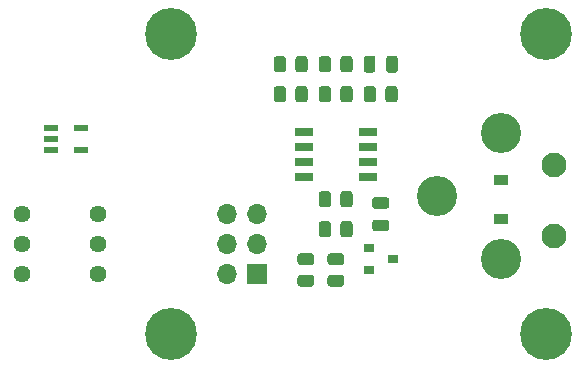
<source format=gbs>
G04 #@! TF.GenerationSoftware,KiCad,Pcbnew,(5.1.12)-1*
G04 #@! TF.CreationDate,2022-06-04T11:26:48+02:00*
G04 #@! TF.ProjectId,BSPD,42535044-2e6b-4696-9361-645f70636258,rev?*
G04 #@! TF.SameCoordinates,Original*
G04 #@! TF.FileFunction,Soldermask,Bot*
G04 #@! TF.FilePolarity,Negative*
%FSLAX46Y46*%
G04 Gerber Fmt 4.6, Leading zero omitted, Abs format (unit mm)*
G04 Created by KiCad (PCBNEW (5.1.12)-1) date 2022-06-04 11:26:48*
%MOMM*%
%LPD*%
G01*
G04 APERTURE LIST*
%ADD10R,1.200000X0.600000*%
%ADD11R,1.528000X0.650000*%
%ADD12R,1.700000X1.700000*%
%ADD13O,1.700000X1.700000*%
%ADD14C,2.100000*%
%ADD15C,3.400000*%
%ADD16R,0.900000X0.800000*%
%ADD17C,1.440000*%
%ADD18R,1.200000X0.900000*%
%ADD19C,4.400000*%
%ADD20C,0.700000*%
G04 APERTURE END LIST*
G36*
G01*
X130990000Y-78265000D02*
X130990000Y-79215000D01*
G75*
G02*
X130740000Y-79465000I-250000J0D01*
G01*
X130240000Y-79465000D01*
G75*
G02*
X129990000Y-79215000I0J250000D01*
G01*
X129990000Y-78265000D01*
G75*
G02*
X130240000Y-78015000I250000J0D01*
G01*
X130740000Y-78015000D01*
G75*
G02*
X130990000Y-78265000I0J-250000D01*
G01*
G37*
G36*
G01*
X129090000Y-78265000D02*
X129090000Y-79215000D01*
G75*
G02*
X128840000Y-79465000I-250000J0D01*
G01*
X128340000Y-79465000D01*
G75*
G02*
X128090000Y-79215000I0J250000D01*
G01*
X128090000Y-78265000D01*
G75*
G02*
X128340000Y-78015000I250000J0D01*
G01*
X128840000Y-78015000D01*
G75*
G02*
X129090000Y-78265000I0J-250000D01*
G01*
G37*
G36*
G01*
X130015000Y-92890000D02*
X129065000Y-92890000D01*
G75*
G02*
X128815000Y-92640000I0J250000D01*
G01*
X128815000Y-92140000D01*
G75*
G02*
X129065000Y-91890000I250000J0D01*
G01*
X130015000Y-91890000D01*
G75*
G02*
X130265000Y-92140000I0J-250000D01*
G01*
X130265000Y-92640000D01*
G75*
G02*
X130015000Y-92890000I-250000J0D01*
G01*
G37*
G36*
G01*
X130015000Y-90990000D02*
X129065000Y-90990000D01*
G75*
G02*
X128815000Y-90740000I0J250000D01*
G01*
X128815000Y-90240000D01*
G75*
G02*
X129065000Y-89990000I250000J0D01*
G01*
X130015000Y-89990000D01*
G75*
G02*
X130265000Y-90240000I0J-250000D01*
G01*
X130265000Y-90740000D01*
G75*
G02*
X130015000Y-90990000I-250000J0D01*
G01*
G37*
D10*
X101620000Y-86040000D03*
X101620000Y-85090000D03*
X101620000Y-84140000D03*
X104120000Y-84140000D03*
X104120000Y-86040000D03*
D11*
X123019000Y-84455000D03*
X123019000Y-85725000D03*
X123019000Y-86995000D03*
X123019000Y-88265000D03*
X128441000Y-88265000D03*
X128441000Y-86995000D03*
X128441000Y-85725000D03*
X128441000Y-84455000D03*
D12*
X119080000Y-96520000D03*
D13*
X116540000Y-96520000D03*
X119080000Y-93980000D03*
X116540000Y-93980000D03*
X119080000Y-91440000D03*
X116540000Y-91440000D03*
D14*
X144200000Y-87250000D03*
D15*
X139700000Y-84550000D03*
X134300000Y-89900000D03*
X139700000Y-95250000D03*
D14*
X144200000Y-93250000D03*
D16*
X130540000Y-95250000D03*
X128540000Y-94300000D03*
X128540000Y-96200000D03*
G36*
G01*
X122320000Y-79190001D02*
X122320000Y-78289999D01*
G75*
G02*
X122569999Y-78040000I249999J0D01*
G01*
X123095001Y-78040000D01*
G75*
G02*
X123345000Y-78289999I0J-249999D01*
G01*
X123345000Y-79190001D01*
G75*
G02*
X123095001Y-79440000I-249999J0D01*
G01*
X122569999Y-79440000D01*
G75*
G02*
X122320000Y-79190001I0J249999D01*
G01*
G37*
G36*
G01*
X120495000Y-79190001D02*
X120495000Y-78289999D01*
G75*
G02*
X120744999Y-78040000I249999J0D01*
G01*
X121270001Y-78040000D01*
G75*
G02*
X121520000Y-78289999I0J-249999D01*
G01*
X121520000Y-79190001D01*
G75*
G02*
X121270001Y-79440000I-249999J0D01*
G01*
X120744999Y-79440000D01*
G75*
G02*
X120495000Y-79190001I0J249999D01*
G01*
G37*
G36*
G01*
X129940000Y-81730001D02*
X129940000Y-80829999D01*
G75*
G02*
X130189999Y-80580000I249999J0D01*
G01*
X130715001Y-80580000D01*
G75*
G02*
X130965000Y-80829999I0J-249999D01*
G01*
X130965000Y-81730001D01*
G75*
G02*
X130715001Y-81980000I-249999J0D01*
G01*
X130189999Y-81980000D01*
G75*
G02*
X129940000Y-81730001I0J249999D01*
G01*
G37*
G36*
G01*
X128115000Y-81730001D02*
X128115000Y-80829999D01*
G75*
G02*
X128364999Y-80580000I249999J0D01*
G01*
X128890001Y-80580000D01*
G75*
G02*
X129140000Y-80829999I0J-249999D01*
G01*
X129140000Y-81730001D01*
G75*
G02*
X128890001Y-81980000I-249999J0D01*
G01*
X128364999Y-81980000D01*
G75*
G02*
X128115000Y-81730001I0J249999D01*
G01*
G37*
G36*
G01*
X124305000Y-81730001D02*
X124305000Y-80829999D01*
G75*
G02*
X124554999Y-80580000I249999J0D01*
G01*
X125080001Y-80580000D01*
G75*
G02*
X125330000Y-80829999I0J-249999D01*
G01*
X125330000Y-81730001D01*
G75*
G02*
X125080001Y-81980000I-249999J0D01*
G01*
X124554999Y-81980000D01*
G75*
G02*
X124305000Y-81730001I0J249999D01*
G01*
G37*
G36*
G01*
X126130000Y-81730001D02*
X126130000Y-80829999D01*
G75*
G02*
X126379999Y-80580000I249999J0D01*
G01*
X126905001Y-80580000D01*
G75*
G02*
X127155000Y-80829999I0J-249999D01*
G01*
X127155000Y-81730001D01*
G75*
G02*
X126905001Y-81980000I-249999J0D01*
G01*
X126379999Y-81980000D01*
G75*
G02*
X126130000Y-81730001I0J249999D01*
G01*
G37*
G36*
G01*
X126130000Y-79190001D02*
X126130000Y-78289999D01*
G75*
G02*
X126379999Y-78040000I249999J0D01*
G01*
X126905001Y-78040000D01*
G75*
G02*
X127155000Y-78289999I0J-249999D01*
G01*
X127155000Y-79190001D01*
G75*
G02*
X126905001Y-79440000I-249999J0D01*
G01*
X126379999Y-79440000D01*
G75*
G02*
X126130000Y-79190001I0J249999D01*
G01*
G37*
G36*
G01*
X124305000Y-79190001D02*
X124305000Y-78289999D01*
G75*
G02*
X124554999Y-78040000I249999J0D01*
G01*
X125080001Y-78040000D01*
G75*
G02*
X125330000Y-78289999I0J-249999D01*
G01*
X125330000Y-79190001D01*
G75*
G02*
X125080001Y-79440000I-249999J0D01*
G01*
X124554999Y-79440000D01*
G75*
G02*
X124305000Y-79190001I0J249999D01*
G01*
G37*
G36*
G01*
X122320000Y-81730001D02*
X122320000Y-80829999D01*
G75*
G02*
X122569999Y-80580000I249999J0D01*
G01*
X123095001Y-80580000D01*
G75*
G02*
X123345000Y-80829999I0J-249999D01*
G01*
X123345000Y-81730001D01*
G75*
G02*
X123095001Y-81980000I-249999J0D01*
G01*
X122569999Y-81980000D01*
G75*
G02*
X122320000Y-81730001I0J249999D01*
G01*
G37*
G36*
G01*
X120495000Y-81730001D02*
X120495000Y-80829999D01*
G75*
G02*
X120744999Y-80580000I249999J0D01*
G01*
X121270001Y-80580000D01*
G75*
G02*
X121520000Y-80829999I0J-249999D01*
G01*
X121520000Y-81730001D01*
G75*
G02*
X121270001Y-81980000I-249999J0D01*
G01*
X120744999Y-81980000D01*
G75*
G02*
X120495000Y-81730001I0J249999D01*
G01*
G37*
G36*
G01*
X123640001Y-97587500D02*
X122739999Y-97587500D01*
G75*
G02*
X122490000Y-97337501I0J249999D01*
G01*
X122490000Y-96812499D01*
G75*
G02*
X122739999Y-96562500I249999J0D01*
G01*
X123640001Y-96562500D01*
G75*
G02*
X123890000Y-96812499I0J-249999D01*
G01*
X123890000Y-97337501D01*
G75*
G02*
X123640001Y-97587500I-249999J0D01*
G01*
G37*
G36*
G01*
X123640001Y-95762500D02*
X122739999Y-95762500D01*
G75*
G02*
X122490000Y-95512501I0J249999D01*
G01*
X122490000Y-94987499D01*
G75*
G02*
X122739999Y-94737500I249999J0D01*
G01*
X123640001Y-94737500D01*
G75*
G02*
X123890000Y-94987499I0J-249999D01*
G01*
X123890000Y-95512501D01*
G75*
G02*
X123640001Y-95762500I-249999J0D01*
G01*
G37*
G36*
G01*
X127155000Y-92259999D02*
X127155000Y-93160001D01*
G75*
G02*
X126905001Y-93410000I-249999J0D01*
G01*
X126379999Y-93410000D01*
G75*
G02*
X126130000Y-93160001I0J249999D01*
G01*
X126130000Y-92259999D01*
G75*
G02*
X126379999Y-92010000I249999J0D01*
G01*
X126905001Y-92010000D01*
G75*
G02*
X127155000Y-92259999I0J-249999D01*
G01*
G37*
G36*
G01*
X125330000Y-92259999D02*
X125330000Y-93160001D01*
G75*
G02*
X125080001Y-93410000I-249999J0D01*
G01*
X124554999Y-93410000D01*
G75*
G02*
X124305000Y-93160001I0J249999D01*
G01*
X124305000Y-92259999D01*
G75*
G02*
X124554999Y-92010000I249999J0D01*
G01*
X125080001Y-92010000D01*
G75*
G02*
X125330000Y-92259999I0J-249999D01*
G01*
G37*
G36*
G01*
X126130000Y-90620001D02*
X126130000Y-89719999D01*
G75*
G02*
X126379999Y-89470000I249999J0D01*
G01*
X126905001Y-89470000D01*
G75*
G02*
X127155000Y-89719999I0J-249999D01*
G01*
X127155000Y-90620001D01*
G75*
G02*
X126905001Y-90870000I-249999J0D01*
G01*
X126379999Y-90870000D01*
G75*
G02*
X126130000Y-90620001I0J249999D01*
G01*
G37*
G36*
G01*
X124305000Y-90620001D02*
X124305000Y-89719999D01*
G75*
G02*
X124554999Y-89470000I249999J0D01*
G01*
X125080001Y-89470000D01*
G75*
G02*
X125330000Y-89719999I0J-249999D01*
G01*
X125330000Y-90620001D01*
G75*
G02*
X125080001Y-90870000I-249999J0D01*
G01*
X124554999Y-90870000D01*
G75*
G02*
X124305000Y-90620001I0J249999D01*
G01*
G37*
G36*
G01*
X125279999Y-94737500D02*
X126180001Y-94737500D01*
G75*
G02*
X126430000Y-94987499I0J-249999D01*
G01*
X126430000Y-95512501D01*
G75*
G02*
X126180001Y-95762500I-249999J0D01*
G01*
X125279999Y-95762500D01*
G75*
G02*
X125030000Y-95512501I0J249999D01*
G01*
X125030000Y-94987499D01*
G75*
G02*
X125279999Y-94737500I249999J0D01*
G01*
G37*
G36*
G01*
X125279999Y-96562500D02*
X126180001Y-96562500D01*
G75*
G02*
X126430000Y-96812499I0J-249999D01*
G01*
X126430000Y-97337501D01*
G75*
G02*
X126180001Y-97587500I-249999J0D01*
G01*
X125279999Y-97587500D01*
G75*
G02*
X125030000Y-97337501I0J249999D01*
G01*
X125030000Y-96812499D01*
G75*
G02*
X125279999Y-96562500I249999J0D01*
G01*
G37*
D17*
X99205001Y-96530001D03*
X99205001Y-93990001D03*
X99205001Y-91450001D03*
X105575001Y-91450001D03*
X105575001Y-93990001D03*
X105575001Y-96530001D03*
D18*
X139700000Y-88520000D03*
X139700000Y-91820000D03*
D19*
X111760000Y-76200000D03*
D20*
X113410000Y-76200000D03*
X112926726Y-77366726D03*
X111760000Y-77850000D03*
X110593274Y-77366726D03*
X110110000Y-76200000D03*
X110593274Y-75033274D03*
X111760000Y-74550000D03*
X112926726Y-75033274D03*
X144676726Y-75033274D03*
X143510000Y-74550000D03*
X142343274Y-75033274D03*
X141860000Y-76200000D03*
X142343274Y-77366726D03*
X143510000Y-77850000D03*
X144676726Y-77366726D03*
X145160000Y-76200000D03*
D19*
X143510000Y-76200000D03*
X143510000Y-101600000D03*
D20*
X145160000Y-101600000D03*
X144676726Y-102766726D03*
X143510000Y-103250000D03*
X142343274Y-102766726D03*
X141860000Y-101600000D03*
X142343274Y-100433274D03*
X143510000Y-99950000D03*
X144676726Y-100433274D03*
X112926726Y-100433274D03*
X111760000Y-99950000D03*
X110593274Y-100433274D03*
X110110000Y-101600000D03*
X110593274Y-102766726D03*
X111760000Y-103250000D03*
X112926726Y-102766726D03*
X113410000Y-101600000D03*
D19*
X111760000Y-101600000D03*
M02*

</source>
